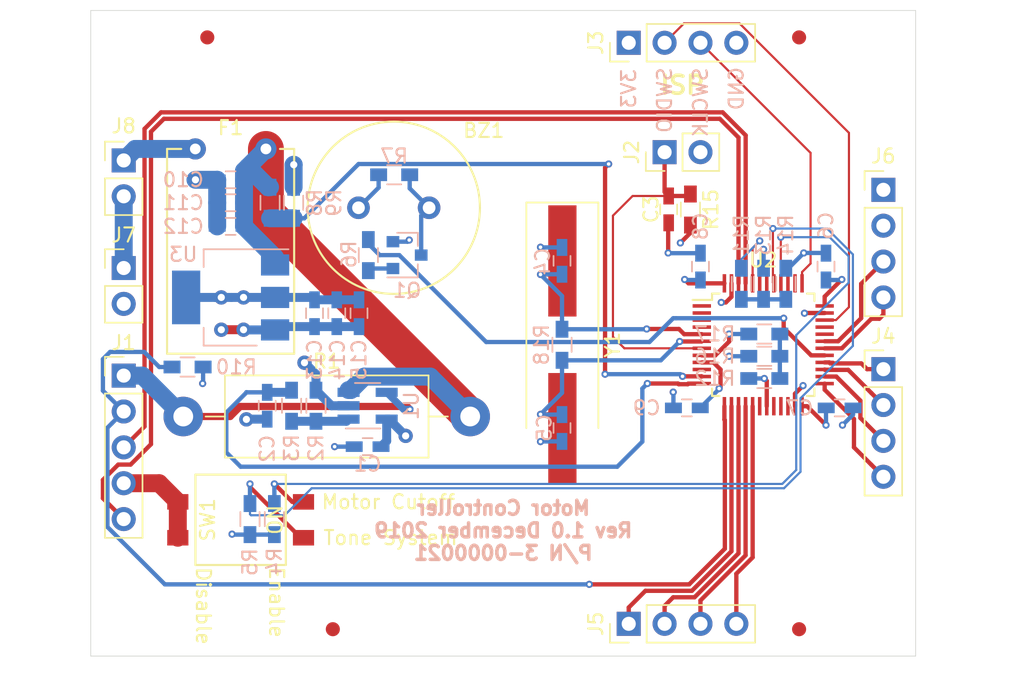
<source format=kicad_pcb>
(kicad_pcb (version 20171130) (host pcbnew "(5.1.4)-1")
  (layers (0 F.Cu signal) (1 In1.Cu signal hide) (2 In2.Cu signal hide) (31 B.Cu signal) (34 B.Paste user) (35 F.Paste user) (36 B.SilkS user) (37 F.SilkS user) (38 B.Mask user) (39 F.Mask user) (44 Edge.Cuts user))
  (net 0 "")
  (net 1 +3V3)
  (net 2 "Net-(BZ1-Pad2)")
  (net 3 GND)
  (net 4 Current_Sense)
  (net 5 /microcontroller/Reset)
  (net 6 "Net-(C4-Pad1)")
  (net 7 "Net-(C5-Pad1)")
  (net 8 +BATT)
  (net 9 "Net-(F1-Pad2)")
  (net 10 Motor_PWM)
  (net 11 Motor_Direction)
  (net 12 Motor_Encoder)
  (net 13 "Net-(J1-Pad1)")
  (net 14 /microcontroller/SWCLK)
  (net 15 /microcontroller/SWDIO)
  (net 16 "Net-(J4-Pad1)")
  (net 17 "Net-(J4-Pad2)")
  (net 18 "Net-(J4-Pad3)")
  (net 19 "Net-(J4-Pad4)")
  (net 20 "Net-(J5-Pad4)")
  (net 21 "Net-(J5-Pad3)")
  (net 22 "Net-(J5-Pad2)")
  (net 23 "Net-(J5-Pad1)")
  (net 24 UART1_TX)
  (net 25 UART1_RX)
  (net 26 "Net-(J7-Pad1)")
  (net 27 "Net-(Q1-Pad1)")
  (net 28 "Net-(R2-Pad1)")
  (net 29 Motor_Cutoff_Enable)
  (net 30 Tone_System_Enable)
  (net 31 Piezo)
  (net 32 VBAT_Sense)
  (net 33 "Net-(R11-Pad1)")
  (net 34 /microcontroller/Boot0)
  (net 35 /microcontroller/Boot1)
  (net 36 "Net-(R12-Pad1)")
  (module lib_fp:PS1240P02BT (layer F.Cu) (at 145.923 87.63)
    (fp_text reference BZ1 (at 6.37 -5.47) (layer F.SilkS))
    (fp_text value Piezo)
    (pad 1 thru_hole circle (at -2.5 0) (size 1.6 1.6) (drill 0.9) (layers *.Cu *.Mask) (net 1 +3V3))
    (pad 2 thru_hole circle (at 2.5 0) (size 1.6 1.6) (drill 0.9) (layers *.Cu *.Mask) (net 2 "Net-(BZ1-Pad2)"))
  )
  (module Capacitors_SMD:C_0603_HandSoldering (layer B.Cu) (at 144.0688 104.5464)
    (fp_text reference C1 (at 0 1.25) (layer B.SilkS) (effects (justify mirror)))
    (fp_text value 0.1u)
    (pad 1 smd rect (at -0.95 0) (size 1.2 0.75) (layers B.Cu B.Paste B.Mask) (net 3 GND))
    (pad 2 smd rect (at 0.95 0) (size 1.2 0.75) (layers B.Cu B.Paste B.Mask) (net 1 +3V3))
  )
  (module Capacitors_SMD:C_0603_HandSoldering (layer B.Cu) (at 136.9568 101.6508 90)
    (fp_text reference C2 (at -3.048 0 270) (layer B.SilkS) (effects (justify mirror)))
    (fp_text value 0.1u)
    (pad 1 smd rect (at -0.95 0 90) (size 1.2 0.75) (layers B.Cu B.Paste B.Mask) (net 3 GND))
    (pad 2 smd rect (at 0.95 0 90) (size 1.2 0.75) (layers B.Cu B.Paste B.Mask) (net 4 Current_Sense))
  )
  (module Capacitors_SMD:C_0603_HandSoldering (layer F.Cu) (at 165.387601 87.745599 90)
    (fp_text reference C3 (at 0 -1.25 90) (layer F.SilkS))
    (fp_text value 1u)
    (pad 1 smd rect (at -0.95 0 90) (size 1.2 0.75) (layers F.Cu F.Paste F.Mask) (net 3 GND))
    (pad 2 smd rect (at 0.95 0 90) (size 1.2 0.75) (layers F.Cu F.Paste F.Mask) (net 5 /microcontroller/Reset))
  )
  (module Capacitors_SMD:C_0603_HandSoldering (layer B.Cu) (at 157.8356 91.3892 90)
    (fp_text reference C4 (at -0.0508 -1.3716 90) (layer B.SilkS) (effects (justify mirror)))
    (fp_text value 20pF)
    (pad 2 smd rect (at 0.95 0 90) (size 1.2 0.75) (layers B.Cu B.Paste B.Mask) (net 3 GND))
    (pad 1 smd rect (at -0.95 0 90) (size 1.2 0.75) (layers B.Cu B.Paste B.Mask) (net 6 "Net-(C4-Pad1)"))
  )
  (module Capacitors_SMD:C_0603_HandSoldering (layer B.Cu) (at 157.8356 103.2256 270)
    (fp_text reference C5 (at 0 1.25 90) (layer B.SilkS) (effects (justify mirror)))
    (fp_text value 20pF)
    (pad 2 smd rect (at 0.95 0 270) (size 1.2 0.75) (layers B.Cu B.Paste B.Mask) (net 3 GND))
    (pad 1 smd rect (at -0.95 0 270) (size 1.2 0.75) (layers B.Cu B.Paste B.Mask) (net 7 "Net-(C5-Pad1)"))
  )
  (module Capacitors_SMD:C_0603_HandSoldering (layer B.Cu) (at 176.53 91.7956 90)
    (fp_text reference C6 (at 2.8956 0 90) (layer B.SilkS) (effects (justify mirror)))
    (fp_text value 0.1u)
    (pad 1 smd rect (at -0.95 0 90) (size 1.2 0.75) (layers B.Cu B.Paste B.Mask) (net 1 +3V3))
    (pad 2 smd rect (at 0.95 0 90) (size 1.2 0.75) (layers B.Cu B.Paste B.Mask) (net 3 GND))
  )
  (module Capacitors_SMD:C_0603_HandSoldering (layer B.Cu) (at 177.4952 101.8032)
    (fp_text reference C7 (at -2.8448 0) (layer B.SilkS) (effects (justify mirror)))
    (fp_text value 0.1u)
    (pad 2 smd rect (at 0.95 0) (size 1.2 0.75) (layers B.Cu B.Paste B.Mask) (net 3 GND))
    (pad 1 smd rect (at -0.95 0) (size 1.2 0.75) (layers B.Cu B.Paste B.Mask) (net 1 +3V3))
  )
  (module Capacitors_SMD:C_0603_HandSoldering (layer B.Cu) (at 167.64 91.7956 90)
    (fp_text reference C8 (at 2.8448 0 90) (layer B.SilkS) (effects (justify mirror)))
    (fp_text value 0.1u)
    (pad 1 smd rect (at -0.95 0 90) (size 1.2 0.75) (layers B.Cu B.Paste B.Mask) (net 1 +3V3))
    (pad 2 smd rect (at 0.95 0 90) (size 1.2 0.75) (layers B.Cu B.Paste B.Mask) (net 3 GND))
  )
  (module Capacitors_SMD:C_0603_HandSoldering (layer B.Cu) (at 166.6748 101.8032 180)
    (fp_text reference C9 (at 2.8448 0) (layer B.SilkS) (effects (justify mirror)))
    (fp_text value 0.1u)
    (pad 2 smd rect (at 0.95 0 180) (size 1.2 0.75) (layers B.Cu B.Paste B.Mask) (net 3 GND))
    (pad 1 smd rect (at -0.95 0 180) (size 1.2 0.75) (layers B.Cu B.Paste B.Mask) (net 1 +3V3))
  )
  (module Capacitors_SMD:C_0603_HandSoldering (layer B.Cu) (at 134.366 85.6488 180)
    (fp_text reference C10 (at 3.3528 0) (layer B.SilkS) (effects (justify mirror)))
    (fp_text value 10u)
    (pad 2 smd rect (at 0.95 0 180) (size 1.2 0.75) (layers B.Cu B.Paste B.Mask) (net 3 GND))
    (pad 1 smd rect (at -0.95 0 180) (size 1.2 0.75) (layers B.Cu B.Paste B.Mask) (net 8 +BATT))
  )
  (module Capacitors_SMD:C_0603_HandSoldering (layer B.Cu) (at 134.366 87.2744 180)
    (fp_text reference C11 (at 3.3528 0) (layer B.SilkS) (effects (justify mirror)))
    (fp_text value 1u)
    (pad 1 smd rect (at -0.95 0 180) (size 1.2 0.75) (layers B.Cu B.Paste B.Mask) (net 8 +BATT))
    (pad 2 smd rect (at 0.95 0 180) (size 1.2 0.75) (layers B.Cu B.Paste B.Mask) (net 3 GND))
  )
  (module Capacitors_SMD:C_0603_HandSoldering (layer B.Cu) (at 134.366 88.9508 180)
    (fp_text reference C12 (at 3.3528 0) (layer B.SilkS) (effects (justify mirror)))
    (fp_text value 0.1u)
    (pad 2 smd rect (at 0.95 0 180) (size 1.2 0.75) (layers B.Cu B.Paste B.Mask) (net 3 GND))
    (pad 1 smd rect (at -0.95 0 180) (size 1.2 0.75) (layers B.Cu B.Paste B.Mask) (net 8 +BATT))
  )
  (module Capacitors_SMD:C_0603_HandSoldering (layer B.Cu) (at 140.3096 95.0976 90)
    (fp_text reference C13 (at -3.302 0 270) (layer B.SilkS) (effects (justify mirror)))
    (fp_text value 10u)
    (pad 2 smd rect (at 0.95 0 90) (size 1.2 0.75) (layers B.Cu B.Paste B.Mask) (net 3 GND))
    (pad 1 smd rect (at -0.95 0 90) (size 1.2 0.75) (layers B.Cu B.Paste B.Mask) (net 1 +3V3))
  )
  (module Capacitors_SMD:C_0603_HandSoldering (layer B.Cu) (at 141.8844 95.0976 90)
    (fp_text reference C14 (at -3.302 0.0508 90) (layer B.SilkS) (effects (justify mirror)))
    (fp_text value 1u)
    (pad 1 smd rect (at -0.95 0 90) (size 1.2 0.75) (layers B.Cu B.Paste B.Mask) (net 1 +3V3))
    (pad 2 smd rect (at 0.95 0 90) (size 1.2 0.75) (layers B.Cu B.Paste B.Mask) (net 3 GND))
  )
  (module Capacitors_SMD:C_0603_HandSoldering (layer B.Cu) (at 143.4592 95.0976 90)
    (fp_text reference C15 (at -3.302 0 90) (layer B.SilkS) (effects (justify mirror)))
    (fp_text value 0.1u)
    (pad 2 smd rect (at 0.95 0 90) (size 1.2 0.75) (layers B.Cu B.Paste B.Mask) (net 3 GND))
    (pad 1 smd rect (at -0.95 0 90) (size 1.2 0.75) (layers B.Cu B.Paste B.Mask) (net 1 +3V3))
  )
  (module lib_fp:RGEF250 (layer F.Cu) (at 134.366 83.4644 180)
    (fp_text reference F1 (at 0 1.5) (layer F.SilkS))
    (fp_text value Polyfuse)
    (pad 1 thru_hole circle (at -2.5 0 180) (size 1.5 1.5) (drill 0.7605) (layers *.Cu *.Mask) (net 8 +BATT))
    (pad 2 thru_hole circle (at 2.5 0 180) (size 1.5 1.5) (drill 0.7605) (layers *.Cu *.Mask) (net 9 "Net-(F1-Pad2)"))
  )
  (module Fiducials:Fiducial_1mm_Dia_2.54mm_Outer_CopperTop (layer F.Cu) (at 132.715 75.565)
    (fp_text reference FID1 hide)
    (fp_text value Fiducial)
    (pad ~ smd circle (at 0 0) (size 1 1) (layers F.Cu F.Mask) (clearance 0.77))
  )
  (module Fiducials:Fiducial_1mm_Dia_2.54mm_Outer_CopperTop (layer F.Cu) (at 174.625 75.565)
    (fp_text reference FID2 hide)
    (fp_text value Fiducial)
    (pad ~ smd circle (at 0 0) (size 1 1) (layers F.Cu F.Mask) (clearance 0.77))
  )
  (module Fiducials:Fiducial_1mm_Dia_2.54mm_Outer_CopperTop (layer F.Cu) (at 174.625 117.475)
    (fp_text reference FID3 hide)
    (fp_text value Fiducial)
    (pad ~ smd circle (at 0 0) (size 1 1) (layers F.Cu F.Mask) (clearance 0.77))
  )
  (module Fiducials:Fiducial_1mm_Dia_2.54mm_Outer_CopperTop (layer F.Cu) (at 141.605 117.475)
    (fp_text reference FID4 hide)
    (fp_text value Fiducial)
    (pad ~ smd circle (at 0 0) (size 1 1) (layers F.Cu F.Mask) (clearance 0.77))
  )
  (module Mounting_Holes:MountingHole_3.2mm_M3_ISO7380 (layer F.Cu) (at 179.07 115.57)
    (fp_text reference H1 hide)
    (fp_text value MountingHole)
    (pad 1 np_thru_hole circle (at 0 0) (size 3.2 3.2) (drill 3.2) (layers *.Cu *.Mask))
  )
  (module Mounting_Holes:MountingHole_3.2mm_M3_ISO7380 (layer F.Cu) (at 128.27 115.57)
    (fp_text reference H2 hide)
    (fp_text value MountingHole)
    (pad 1 np_thru_hole circle (at 0 0) (size 3.2 3.2) (drill 3.2) (layers *.Cu *.Mask))
  )
  (module Mounting_Holes:MountingHole_3.2mm_M3_ISO7380 (layer F.Cu) (at 179.07 77.47)
    (fp_text reference H3 hide)
    (fp_text value MountingHole)
    (pad 1 np_thru_hole circle (at 0 0) (size 3.2 3.2) (drill 3.2) (layers *.Cu *.Mask))
  )
  (module Mounting_Holes:MountingHole_3.2mm_M3_ISO7380 (layer F.Cu) (at 128.27 77.47)
    (fp_text reference H4 hide)
    (fp_text value MountingHole)
    (pad 1 np_thru_hole circle (at 0 0) (size 3.2 3.2) (drill 3.2) (layers *.Cu *.Mask))
  )
  (module Pin_Headers:Pin_Header_Straight_1x05_Pitch2.54mm (layer F.Cu) (at 126.7968 99.5172)
    (fp_text reference J1 (at 0 -2.33) (layer F.SilkS))
    (fp_text value Motor)
    (pad 5 thru_hole oval (at 0 10.16) (size 1.7 1.7) (drill 1) (layers *.Cu *.Mask) (net 10 Motor_PWM))
    (pad 4 thru_hole oval (at 0 7.62) (size 1.7 1.7) (drill 1) (layers *.Cu *.Mask) (net 3 GND))
    (pad 3 thru_hole oval (at 0 5.08) (size 1.7 1.7) (drill 1) (layers *.Cu *.Mask) (net 11 Motor_Direction))
    (pad 2 thru_hole oval (at 0 2.54) (size 1.7 1.7) (drill 1) (layers *.Cu *.Mask) (net 12 Motor_Encoder))
    (pad 1 thru_hole rect (at 0 0) (size 1.7 1.7) (drill 1) (layers *.Cu *.Mask) (net 13 "Net-(J1-Pad1)"))
  )
  (module Pin_Headers:Pin_Header_Straight_1x02_Pitch2.54mm (layer F.Cu) (at 165.1 83.693 90)
    (fp_text reference J2 (at 0 -2.33 90) (layer F.SilkS))
    (fp_text value Conn_01x02)
    (pad 2 thru_hole oval (at 0 2.54 90) (size 1.7 1.7) (drill 1) (layers *.Cu *.Mask) (net 3 GND))
    (pad 1 thru_hole rect (at 0 0 90) (size 1.7 1.7) (drill 1) (layers *.Cu *.Mask) (net 5 /microcontroller/Reset))
  )
  (module Pin_Headers:Pin_Header_Straight_1x04_Pitch2.54mm (layer F.Cu) (at 162.56 75.946 90)
    (fp_text reference J3 (at 0 -2.33 90) (layer F.SilkS))
    (fp_text value ISP)
    (pad 4 thru_hole oval (at 0 7.62 90) (size 1.7 1.7) (drill 1) (layers *.Cu *.Mask) (net 3 GND))
    (pad 3 thru_hole oval (at 0 5.08 90) (size 1.7 1.7) (drill 1) (layers *.Cu *.Mask) (net 14 /microcontroller/SWCLK))
    (pad 2 thru_hole oval (at 0 2.54 90) (size 1.7 1.7) (drill 1) (layers *.Cu *.Mask) (net 15 /microcontroller/SWDIO))
    (pad 1 thru_hole rect (at 0 0 90) (size 1.7 1.7) (drill 1) (layers *.Cu *.Mask) (net 1 +3V3))
  )
  (module Pin_Headers:Pin_Header_Straight_1x04_Pitch2.54mm (layer F.Cu) (at 180.594 99.06)
    (fp_text reference J4 (at 0 -2.33) (layer F.SilkS))
    (fp_text value "Spares 2")
    (pad 1 thru_hole rect (at 0 0) (size 1.7 1.7) (drill 1) (layers *.Cu *.Mask) (net 16 "Net-(J4-Pad1)"))
    (pad 2 thru_hole oval (at 0 2.54) (size 1.7 1.7) (drill 1) (layers *.Cu *.Mask) (net 17 "Net-(J4-Pad2)"))
    (pad 3 thru_hole oval (at 0 5.08) (size 1.7 1.7) (drill 1) (layers *.Cu *.Mask) (net 18 "Net-(J4-Pad3)"))
    (pad 4 thru_hole oval (at 0 7.62) (size 1.7 1.7) (drill 1) (layers *.Cu *.Mask) (net 19 "Net-(J4-Pad4)"))
  )
  (module Pin_Headers:Pin_Header_Straight_1x04_Pitch2.54mm (layer F.Cu) (at 162.56 117.094 90)
    (fp_text reference J5 (at 0 -2.33 90) (layer F.SilkS))
    (fp_text value "Spares 1")
    (pad 4 thru_hole oval (at 0 7.62 90) (size 1.7 1.7) (drill 1) (layers *.Cu *.Mask) (net 20 "Net-(J5-Pad4)"))
    (pad 3 thru_hole oval (at 0 5.08 90) (size 1.7 1.7) (drill 1) (layers *.Cu *.Mask) (net 21 "Net-(J5-Pad3)"))
    (pad 2 thru_hole oval (at 0 2.54 90) (size 1.7 1.7) (drill 1) (layers *.Cu *.Mask) (net 22 "Net-(J5-Pad2)"))
    (pad 1 thru_hole rect (at 0 0 90) (size 1.7 1.7) (drill 1) (layers *.Cu *.Mask) (net 23 "Net-(J5-Pad1)"))
  )
  (module Pin_Headers:Pin_Header_Straight_1x04_Pitch2.54mm (layer F.Cu) (at 180.594 86.36)
    (fp_text reference J6 (at 0 -2.3876) (layer F.SilkS))
    (fp_text value UART1)
    (pad 1 thru_hole rect (at 0 0) (size 1.7 1.7) (drill 1) (layers *.Cu *.Mask) (net 3 GND))
    (pad 2 thru_hole oval (at 0 2.54) (size 1.7 1.7) (drill 1) (layers *.Cu *.Mask))
    (pad 3 thru_hole oval (at 0 5.08) (size 1.7 1.7) (drill 1) (layers *.Cu *.Mask) (net 25 UART1_RX))
    (pad 4 thru_hole oval (at 0 7.62) (size 1.7 1.7) (drill 1) (layers *.Cu *.Mask) (net 24 UART1_TX))
  )
  (module Pin_Headers:Pin_Header_Straight_1x02_Pitch2.54mm (layer F.Cu) (at 126.7968 91.8972)
    (fp_text reference J7 (at 0 -2.33) (layer F.SilkS))
    (fp_text value Battery)
    (pad 1 thru_hole rect (at 0 0) (size 1.7 1.7) (drill 1) (layers *.Cu *.Mask) (net 26 "Net-(J7-Pad1)"))
    (pad 2 thru_hole oval (at 0 2.54) (size 1.7 1.7) (drill 1) (layers *.Cu *.Mask) (net 3 GND))
  )
  (module Pin_Headers:Pin_Header_Straight_1x02_Pitch2.54mm (layer F.Cu) (at 126.7968 84.2772)
    (fp_text reference J8 (at 0 -2.4384) (layer F.SilkS))
    (fp_text value "External Power Switch")
    (pad 2 thru_hole oval (at 0 2.54) (size 1.7 1.7) (drill 1) (layers *.Cu *.Mask) (net 26 "Net-(J7-Pad1)"))
    (pad 1 thru_hole rect (at 0 0) (size 1.7 1.7) (drill 1) (layers *.Cu *.Mask) (net 9 "Net-(F1-Pad2)"))
  )
  (module TO_SOT_Packages_SMD:SOT-23 (layer B.Cu) (at 146.8628 90.9828)
    (fp_text reference Q1 (at 0 2.5) (layer B.SilkS) (effects (justify mirror)))
    (fp_text value MMBT3904)
    (pad 3 smd rect (at 1 0) (size 0.9 0.8) (layers B.Cu B.Paste B.Mask) (net 2 "Net-(BZ1-Pad2)"))
    (pad 2 smd rect (at -1 -0.95) (size 0.9 0.8) (layers B.Cu B.Paste B.Mask) (net 3 GND))
    (pad 1 smd rect (at -1 0.95) (size 0.9 0.8) (layers B.Cu B.Paste B.Mask) (net 27 "Net-(Q1-Pad1)"))
  )
  (module Resistors_THT:R_Axial_DIN0614_L14.3mm_D5.7mm_P20.32mm_Horizontal (layer F.Cu) (at 131.0132 102.4128)
    (fp_text reference R1 (at 10.16 -3.91) (layer F.SilkS))
    (fp_text value 1)
    (pad 2 thru_hole oval (at 20.32 0) (size 2.8 2.8) (drill 1.4) (layers *.Cu *.Mask) (net 8 +BATT))
    (pad 1 thru_hole circle (at 0 0) (size 2.8 2.8) (drill 1.4) (layers *.Cu *.Mask) (net 13 "Net-(J1-Pad1)"))
  )
  (module Resistors_SMD:R_0603_HandSoldering (layer B.Cu) (at 140.4112 101.6508 90)
    (fp_text reference R2 (at -2.9972 0 270) (layer B.SilkS) (effects (justify mirror)))
    (fp_text value 10k)
    (pad 2 smd rect (at 1.1 0 90) (size 1.2 0.9) (layers B.Cu B.Paste B.Mask) (net 3 GND))
    (pad 1 smd rect (at -1.1 0 90) (size 1.2 0.9) (layers B.Cu B.Paste B.Mask) (net 28 "Net-(R2-Pad1)"))
  )
  (module Resistors_SMD:R_0603_HandSoldering (layer B.Cu) (at 138.684 101.6508 90)
    (fp_text reference R3 (at -2.9972 0 270) (layer B.SilkS) (effects (justify mirror)))
    (fp_text value 1M)
    (pad 1 smd rect (at -1.1 0 90) (size 1.2 0.9) (layers B.Cu B.Paste B.Mask) (net 28 "Net-(R2-Pad1)"))
    (pad 2 smd rect (at 1.1 0 90) (size 1.2 0.9) (layers B.Cu B.Paste B.Mask) (net 4 Current_Sense))
  )
  (module Resistors_SMD:R_0603_HandSoldering (layer B.Cu) (at 137.4648 109.6772 90)
    (fp_text reference R4 (at -2.9972 0 90) (layer B.SilkS) (effects (justify mirror)))
    (fp_text value 10k)
    (pad 1 smd rect (at -1.1 0 90) (size 1.2 0.9) (layers B.Cu B.Paste B.Mask) (net 1 +3V3))
    (pad 2 smd rect (at 1.1 0 90) (size 1.2 0.9) (layers B.Cu B.Paste B.Mask) (net 29 Motor_Cutoff_Enable))
  )
  (module Resistors_SMD:R_0603_HandSoldering (layer B.Cu) (at 135.7376 109.6772 90)
    (fp_text reference R5 (at -3.048 0 90) (layer B.SilkS) (effects (justify mirror)))
    (fp_text value 10k)
    (pad 2 smd rect (at 1.1 0 90) (size 1.2 0.9) (layers B.Cu B.Paste B.Mask) (net 30 Tone_System_Enable))
    (pad 1 smd rect (at -1.1 0 90) (size 1.2 0.9) (layers B.Cu B.Paste B.Mask) (net 1 +3V3))
  )
  (module Resistors_SMD:R_0603_HandSoldering (layer B.Cu) (at 144.1196 90.9828 90)
    (fp_text reference R6 (at 0.0508 -1.3716 90) (layer B.SilkS) (effects (justify mirror)))
    (fp_text value 1k)
    (pad 2 smd rect (at 1.1 0 90) (size 1.2 0.9) (layers B.Cu B.Paste B.Mask) (net 31 Piezo))
    (pad 1 smd rect (at -1.1 0 90) (size 1.2 0.9) (layers B.Cu B.Paste B.Mask) (net 27 "Net-(Q1-Pad1)"))
  )
  (module Resistors_SMD:R_0603_HandSoldering (layer B.Cu) (at 145.9484 85.2932)
    (fp_text reference R7 (at 0 -1.3208) (layer B.SilkS) (effects (justify mirror)))
    (fp_text value 1k)
    (pad 1 smd rect (at -1.1 0) (size 1.2 0.9) (layers B.Cu B.Paste B.Mask) (net 1 +3V3))
    (pad 2 smd rect (at 1.1 0) (size 1.2 0.9) (layers B.Cu B.Paste B.Mask) (net 2 "Net-(BZ1-Pad2)"))
  )
  (module Resistors_SMD:R_0603_HandSoldering (layer B.Cu) (at 137.16 87.2744 270)
    (fp_text reference R8 (at 0 -3.1496 90) (layer B.SilkS) (effects (justify mirror)))
    (fp_text value 27k)
    (pad 1 smd rect (at -1.1 0 270) (size 1.2 0.9) (layers B.Cu B.Paste B.Mask) (net 8 +BATT))
    (pad 2 smd rect (at 1.1 0 270) (size 1.2 0.9) (layers B.Cu B.Paste B.Mask) (net 32 VBAT_Sense))
  )
  (module Resistors_SMD:R_0603_HandSoldering (layer B.Cu) (at 138.828599 87.275399 90)
    (fp_text reference R9 (at 0.000999 2.852601 90) (layer B.SilkS) (effects (justify mirror)))
    (fp_text value 10k)
    (pad 2 smd rect (at 1.1 0 90) (size 1.2 0.9) (layers B.Cu B.Paste B.Mask) (net 3 GND))
    (pad 1 smd rect (at -1.1 0 90) (size 1.2 0.9) (layers B.Cu B.Paste B.Mask) (net 32 VBAT_Sense))
  )
  (module Resistors_SMD:R_0603_HandSoldering (layer B.Cu) (at 131.318 98.9076 180)
    (fp_text reference R10 (at -3.4544 0) (layer B.SilkS) (effects (justify mirror)))
    (fp_text value NP)
    (pad 2 smd rect (at 1.1 0 180) (size 1.2 0.9) (layers B.Cu B.Paste B.Mask) (net 12 Motor_Encoder))
    (pad 1 smd rect (at -1.1 0 180) (size 1.2 0.9) (layers B.Cu B.Paste B.Mask) (net 1 +3V3))
  )
  (module Resistors_SMD:R_0603_HandSoldering (layer B.Cu) (at 170.5356 93.0148 90)
    (fp_text reference R11 (at 3.4544 0 90) (layer B.SilkS) (effects (justify mirror)))
    (fp_text value 100k)
    (pad 1 smd rect (at -1.1 0 90) (size 1.2 0.9) (layers B.Cu B.Paste B.Mask) (net 33 "Net-(R11-Pad1)"))
    (pad 2 smd rect (at 1.1 0 90) (size 1.2 0.9) (layers B.Cu B.Paste B.Mask) (net 34 /microcontroller/Boot0))
  )
  (module Resistors_SMD:R_0603_HandSoldering (layer B.Cu) (at 172.1612 99.7204 180)
    (fp_text reference R12 (at 3.5052 0) (layer B.SilkS) (effects (justify mirror)))
    (fp_text value 100k)
    (pad 2 smd rect (at 1.1 0 180) (size 1.2 0.9) (layers B.Cu B.Paste B.Mask) (net 35 /microcontroller/Boot1))
    (pad 1 smd rect (at -1.1 0 180) (size 1.2 0.9) (layers B.Cu B.Paste B.Mask) (net 36 "Net-(R12-Pad1)"))
  )
  (module Resistors_SMD:R_0603_HandSoldering (layer B.Cu) (at 172.1104 93.0148 90)
    (fp_text reference R13 (at 3.4544 0 90) (layer B.SilkS) (effects (justify mirror)))
    (fp_text value NP)
    (pad 2 smd rect (at 1.1 0 90) (size 1.2 0.9) (layers B.Cu B.Paste B.Mask) (net 1 +3V3))
    (pad 1 smd rect (at -1.1 0 90) (size 1.2 0.9) (layers B.Cu B.Paste B.Mask) (net 33 "Net-(R11-Pad1)"))
  )
  (module Resistors_SMD:R_0603_HandSoldering (layer B.Cu) (at 173.6852 93.0148 270)
    (fp_text reference R14 (at -3.4544 0 90) (layer B.SilkS) (effects (justify mirror)))
    (fp_text value 0R0)
    (pad 2 smd rect (at 1.1 0 270) (size 1.2 0.9) (layers B.Cu B.Paste B.Mask) (net 33 "Net-(R11-Pad1)"))
    (pad 1 smd rect (at -1.1 0 270) (size 1.2 0.9) (layers B.Cu B.Paste B.Mask) (net 3 GND))
  )
  (module Resistors_SMD:R_0603_HandSoldering (layer F.Cu) (at 166.9288 87.757 270)
    (fp_text reference R15 (at 0 -1.45 90) (layer F.SilkS))
    (fp_text value 10k)
    (pad 2 smd rect (at 1.1 0 270) (size 1.2 0.9) (layers F.Cu F.Paste F.Mask) (net 1 +3V3))
    (pad 1 smd rect (at -1.1 0 270) (size 1.2 0.9) (layers F.Cu F.Paste F.Mask) (net 5 /microcontroller/Reset))
  )
  (module Resistors_SMD:R_0603_HandSoldering (layer B.Cu) (at 172.1612 98.1456 180)
    (fp_text reference R16 (at 3.5052 0) (layer B.SilkS) (effects (justify mirror)))
    (fp_text value NP)
    (pad 1 smd rect (at -1.1 0 180) (size 1.2 0.9) (layers B.Cu B.Paste B.Mask) (net 36 "Net-(R12-Pad1)"))
    (pad 2 smd rect (at 1.1 0 180) (size 1.2 0.9) (layers B.Cu B.Paste B.Mask) (net 1 +3V3))
  )
  (module Resistors_SMD:R_0603_HandSoldering (layer B.Cu) (at 172.1612 96.5708)
    (fp_text reference R17 (at -3.5052 0) (layer B.SilkS) (effects (justify mirror)))
    (fp_text value 0R0)
    (pad 1 smd rect (at -1.1 0) (size 1.2 0.9) (layers B.Cu B.Paste B.Mask) (net 3 GND))
    (pad 2 smd rect (at 1.1 0) (size 1.2 0.9) (layers B.Cu B.Paste B.Mask) (net 36 "Net-(R12-Pad1)"))
  )
  (module Resistors_SMD:R_0603_HandSoldering (layer B.Cu) (at 157.8356 97.3328 270)
    (fp_text reference R18 (at 0 1.45 90) (layer B.SilkS) (effects (justify mirror)))
    (fp_text value 1M)
    (pad 1 smd rect (at -1.1 0 270) (size 1.2 0.9) (layers B.Cu B.Paste B.Mask) (net 6 "Net-(C4-Pad1)"))
    (pad 2 smd rect (at 1.1 0 270) (size 1.2 0.9) (layers B.Cu B.Paste B.Mask) (net 7 "Net-(C5-Pad1)"))
  )
  (module lib_fp:KAE02LGGR (layer F.Cu) (at 135.0772 109.728 270)
    (fp_text reference SW1 (at 0 2.3368 270) (layer F.SilkS))
    (fp_text value Configuration)
    (fp_text user ON (at 0 -2.4384 90) (layer F.SilkS))
    (pad 1 smd rect (at -1.27 4.45 270) (size 1.1 1.5) (layers F.Cu F.Paste F.Mask) (net 3 GND))
    (pad 2 smd rect (at 1.27 4.45 270) (size 1.1 1.5) (layers F.Cu F.Paste F.Mask) (net 3 GND))
    (pad 3 smd rect (at 1.27 -4.45 270) (size 1.1 1.5) (layers F.Cu F.Paste F.Mask) (net 30 Tone_System_Enable))
    (pad 4 smd rect (at -1.27 -4.45 270) (size 1.1 1.5) (layers F.Cu F.Paste F.Mask) (net 29 Motor_Cutoff_Enable))
  )
  (module TO_SOT_Packages_SMD:SOT-23-5_HandSoldering (layer B.Cu) (at 144.0688 101.6508)
    (fp_text reference U1 (at 3.0988 0 270) (layer B.SilkS) (effects (justify mirror)))
    (fp_text value INA169)
    (pad 5 smd rect (at 1.35 0.95) (size 1.56 0.65) (layers B.Cu B.Paste B.Mask) (net 1 +3V3))
    (pad 4 smd rect (at 1.35 -0.95) (size 1.56 0.65) (layers B.Cu B.Paste B.Mask) (net 13 "Net-(J1-Pad1)"))
    (pad 3 smd rect (at -1.35 -0.95) (size 1.56 0.65) (layers B.Cu B.Paste B.Mask) (net 8 +BATT))
    (pad 2 smd rect (at -1.35 0) (size 1.56 0.65) (layers B.Cu B.Paste B.Mask) (net 3 GND))
    (pad 1 smd rect (at -1.35 0.95) (size 1.56 0.65) (layers B.Cu B.Paste B.Mask) (net 28 "Net-(R2-Pad1)"))
  )
  (module Housings_QFP:LQFP-48_7x7mm_Pitch0.5mm (layer F.Cu) (at 172.085 97.3328)
    (fp_text reference U2 (at 0 -6) (layer F.SilkS))
    (fp_text value STM32F103CBT6)
    (pad 48 smd rect (at -2.75 -4.35 90) (size 1.3 0.25) (layers F.Cu F.Paste F.Mask) (net 1 +3V3))
    (pad 47 smd rect (at -2.25 -4.35 90) (size 1.3 0.25) (layers F.Cu F.Paste F.Mask) (net 3 GND))
    (pad 46 smd rect (at -1.75 -4.35 90) (size 1.3 0.25) (layers F.Cu F.Paste F.Mask) (net 10 Motor_PWM))
    (pad 45 smd rect (at -1.25 -4.35 90) (size 1.3 0.25) (layers F.Cu F.Paste F.Mask) (net 11 Motor_Direction))
    (pad 44 smd rect (at -0.75 -4.35 90) (size 1.3 0.25) (layers F.Cu F.Paste F.Mask) (net 34 /microcontroller/Boot0))
    (pad 43 smd rect (at -0.25 -4.35 90) (size 1.3 0.25) (layers F.Cu F.Paste F.Mask))
    (pad 42 smd rect (at 0.25 -4.35 90) (size 1.3 0.25) (layers F.Cu F.Paste F.Mask))
    (pad 41 smd rect (at 0.75 -4.35 90) (size 1.3 0.25) (layers F.Cu F.Paste F.Mask) (net 30 Tone_System_Enable))
    (pad 40 smd rect (at 1.25 -4.35 90) (size 1.3 0.25) (layers F.Cu F.Paste F.Mask) (net 29 Motor_Cutoff_Enable))
    (pad 39 smd rect (at 1.75 -4.35 90) (size 1.3 0.25) (layers F.Cu F.Paste F.Mask))
    (pad 38 smd rect (at 2.25 -4.35 90) (size 1.3 0.25) (layers F.Cu F.Paste F.Mask))
    (pad 37 smd rect (at 2.75 -4.35 90) (size 1.3 0.25) (layers F.Cu F.Paste F.Mask) (net 14 /microcontroller/SWCLK))
    (pad 36 smd rect (at 4.35 -2.75) (size 1.3 0.25) (layers F.Cu F.Paste F.Mask) (net 1 +3V3))
    (pad 35 smd rect (at 4.35 -2.25) (size 1.3 0.25) (layers F.Cu F.Paste F.Mask) (net 3 GND))
    (pad 34 smd rect (at 4.35 -1.75) (size 1.3 0.25) (layers F.Cu F.Paste F.Mask) (net 15 /microcontroller/SWDIO))
    (pad 33 smd rect (at 4.35 -1.25) (size 1.3 0.25) (layers F.Cu F.Paste F.Mask))
    (pad 32 smd rect (at 4.35 -0.75) (size 1.3 0.25) (layers F.Cu F.Paste F.Mask))
    (pad 31 smd rect (at 4.35 -0.25) (size 1.3 0.25) (layers F.Cu F.Paste F.Mask) (net 25 UART1_RX))
    (pad 30 smd rect (at 4.35 0.25) (size 1.3 0.25) (layers F.Cu F.Paste F.Mask) (net 24 UART1_TX))
    (pad 29 smd rect (at 4.35 0.75) (size 1.3 0.25) (layers F.Cu F.Paste F.Mask) (net 31 Piezo))
    (pad 28 smd rect (at 4.35 1.25) (size 1.3 0.25) (layers F.Cu F.Paste F.Mask) (net 16 "Net-(J4-Pad1)"))
    (pad 27 smd rect (at 4.35 1.75) (size 1.3 0.25) (layers F.Cu F.Paste F.Mask) (net 17 "Net-(J4-Pad2)"))
    (pad 26 smd rect (at 4.35 2.25) (size 1.3 0.25) (layers F.Cu F.Paste F.Mask) (net 18 "Net-(J4-Pad3)"))
    (pad 25 smd rect (at 4.35 2.75) (size 1.3 0.25) (layers F.Cu F.Paste F.Mask) (net 19 "Net-(J4-Pad4)"))
    (pad 24 smd rect (at 2.75 4.35 90) (size 1.3 0.25) (layers F.Cu F.Paste F.Mask) (net 1 +3V3))
    (pad 23 smd rect (at 2.25 4.35 90) (size 1.3 0.25) (layers F.Cu F.Paste F.Mask) (net 3 GND))
    (pad 22 smd rect (at 1.75 4.35 90) (size 1.3 0.25) (layers F.Cu F.Paste F.Mask))
    (pad 21 smd rect (at 1.25 4.35 90) (size 1.3 0.25) (layers F.Cu F.Paste F.Mask))
    (pad 20 smd rect (at 0.75 4.35 90) (size 1.3 0.25) (layers F.Cu F.Paste F.Mask))
    (pad 19 smd rect (at 0.25 4.35 90) (size 1.3 0.25) (layers F.Cu F.Paste F.Mask) (net 35 /microcontroller/Boot1))
    (pad 18 smd rect (at -0.25 4.35 90) (size 1.3 0.25) (layers F.Cu F.Paste F.Mask))
    (pad 17 smd rect (at -0.75 4.35 90) (size 1.3 0.25) (layers F.Cu F.Paste F.Mask) (net 20 "Net-(J5-Pad4)"))
    (pad 16 smd rect (at -1.25 4.35 90) (size 1.3 0.25) (layers F.Cu F.Paste F.Mask) (net 21 "Net-(J5-Pad3)"))
    (pad 15 smd rect (at -1.75 4.35 90) (size 1.3 0.25) (layers F.Cu F.Paste F.Mask) (net 22 "Net-(J5-Pad2)"))
    (pad 14 smd rect (at -2.25 4.35 90) (size 1.3 0.25) (layers F.Cu F.Paste F.Mask) (net 23 "Net-(J5-Pad1)"))
    (pad 13 smd rect (at -2.75 4.35 90) (size 1.3 0.25) (layers F.Cu F.Paste F.Mask) (net 12 Motor_Encoder))
    (pad 12 smd rect (at -4.35 2.75) (size 1.3 0.25) (layers F.Cu F.Paste F.Mask) (net 4 Current_Sense))
    (pad 11 smd rect (at -4.35 2.25) (size 1.3 0.25) (layers F.Cu F.Paste F.Mask) (net 32 VBAT_Sense))
    (pad 10 smd rect (at -4.35 1.75) (size 1.3 0.25) (layers F.Cu F.Paste F.Mask))
    (pad 9 smd rect (at -4.35 1.25) (size 1.3 0.25) (layers F.Cu F.Paste F.Mask) (net 1 +3V3))
    (pad 8 smd rect (at -4.35 0.75) (size 1.3 0.25) (layers F.Cu F.Paste F.Mask) (net 3 GND))
    (pad 7 smd rect (at -4.35 0.25) (size 1.3 0.25) (layers F.Cu F.Paste F.Mask) (net 5 /microcontroller/Reset))
    (pad 6 smd rect (at -4.35 -0.25) (size 1.3 0.25) (layers F.Cu F.Paste F.Mask) (net 7 "Net-(C5-Pad1)"))
    (pad 5 smd rect (at -4.35 -0.75) (size 1.3 0.25) (layers F.Cu F.Paste F.Mask) (net 6 "Net-(C4-Pad1)"))
    (pad 4 smd rect (at -4.35 -1.25) (size 1.3 0.25) (layers F.Cu F.Paste F.Mask))
    (pad 3 smd rect (at -4.35 -1.75) (size 1.3 0.25) (layers F.Cu F.Paste F.Mask))
    (pad 2 smd rect (at -4.35 -2.25) (size 1.3 0.25) (layers F.Cu F.Paste F.Mask))
    (pad 1 smd rect (at -4.35 -2.75) (size 1.3 0.25) (layers F.Cu F.Paste F.Mask))
  )
  (module TO_SOT_Packages_SMD:SOT-223-3_TabPin2 (layer B.Cu) (at 134.366 93.98 180)
    (fp_text reference U3 (at 3.3528 3.048) (layer B.SilkS) (effects (justify mirror)))
    (fp_text value LT1521-3.3)
    (pad 1 smd rect (at -3.15 2.3 180) (size 2 1.5) (layers B.Cu B.Paste B.Mask) (net 8 +BATT))
    (pad 3 smd rect (at -3.15 -2.3 180) (size 2 1.5) (layers B.Cu B.Paste B.Mask) (net 1 +3V3))
    (pad 2 smd rect (at -3.15 0 180) (size 2 1.5) (layers B.Cu B.Paste B.Mask) (net 3 GND))
    (pad 2 smd rect (at 3.15 0 180) (size 2 3.8) (layers B.Cu B.Paste B.Mask) (net 3 GND))
  )
  (module Crystals:Crystal_SMD_HC49-SD_HandSoldering (layer F.Cu) (at 157.861 97.3328 270)
    (fp_text reference Y1 (at 0 -3.55 90) (layer F.SilkS))
    (fp_text value 8MHz)
    (pad 2 smd rect (at 5.9375 0 270) (size 7.875 2) (layers F.Cu F.Paste F.Mask) (net 7 "Net-(C5-Pad1)"))
    (pad 1 smd rect (at -5.9375 0 270) (size 7.875 2) (layers F.Cu F.Paste F.Mask) (net 6 "Net-(C4-Pad1)"))
  )
  (gr_text "Motor Controller\nRev 1.0 December 2019\nP/N 3-0000021" (at 153.67 110.49) (layer B.SilkS) (effects (font (size 0.9906 0.9906) (thickness 0.24765)) (justify mirror)))
  (gr_text 3V3 (at 162.56 79.1972 90) (layer B.SilkS) (effects (font (size 1 1)) (justify mirror)))
  (gr_text SWDIO (at 165.1 80.01 90) (layer B.SilkS) (effects (font (size 1 1)) (justify mirror)))
  (gr_text SWCLK (at 167.64 80.1624 90) (layer B.SilkS) (effects (font (size 1 1)) (justify mirror)))
  (gr_text GND (at 170.18 79.1972 90) (layer B.SilkS) (effects (font (size 1 1)) (justify mirror)))
  (gr_text ISP (at 166.37 78.9432) (layer F.SilkS) (effects (font (size 1.27 1.27) (thickness 0.254))))
  (gr_text "Tone System" (at 145.6944 110.998) (layer F.SilkS) (effects (font (size 1 1))))
  (gr_text "Motor Cutoff" (at 145.542 108.458) (layer F.SilkS) (effects (font (size 1 1))))
  (gr_text Disable (at 132.4356 115.824 270) (layer F.SilkS) (effects (font (size 1 1))))
  (gr_text Enable (at 137.6172 115.57 270) (layer F.SilkS) (effects (font (size 1 1))))
  (gr_line (start 124.46 119.38) (end 124.46 73.66) (layer Edge.Cuts) (width 0.05))
  (gr_line (start 182.88 119.38) (end 124.46 119.38) (layer Edge.Cuts) (width 0.05))
  (gr_line (start 182.88 73.66) (end 182.88 119.38) (layer Edge.Cuts) (width 0.05))
  (gr_line (start 124.46 73.66) (end 182.88 73.66) (layer Edge.Cuts) (width 0.05))
  (via (at 176.53 103.0224) (size 0.508) (drill 0.254) (layers F.Cu B.Cu) (net 1))
  (segment (start 174.835 101.6828) (end 175.1904 101.6828) (width 0.3048) (layer F.Cu) (net 1))
  (segment (start 175.1904 101.6828) (end 176.53 103.0224) (width 0.3048) (layer F.Cu) (net 1))
  (segment (start 176.53 101.8184) (end 176.5452 101.8032) (width 0.3048) (layer B.Cu) (net 1))
  (segment (start 176.53 103.0224) (end 176.53 101.8184) (width 0.3048) (layer B.Cu) (net 1))
  (via (at 177.6476 92.71) (size 0.508) (drill 0.254) (layers F.Cu B.Cu) (net 1))
  (segment (start 176.53 92.7456) (end 177.612 92.7456) (width 0.3048) (layer B.Cu) (net 1))
  (segment (start 177.612 92.7456) (end 177.6476 92.71) (width 0.3048) (layer B.Cu) (net 1))
  (via (at 166.2176 90.1192) (size 0.508) (drill 0.254) (layers F.Cu B.Cu) (net 1))
  (segment (start 166.9288 88.857) (end 166.9288 89.408) (width 0.3048) (layer F.Cu) (net 1))
  (segment (start 166.9288 89.408) (end 166.2176 90.1192) (width 0.3048) (layer F.Cu) (net 1))
  (via (at 172.1104 90.5764) (size 0.508) (drill 0.254) (layers F.Cu B.Cu) (net 1))
  (segment (start 172.1104 91.9148) (end 172.1104 90.5764) (width 0.3048) (layer B.Cu) (net 1))
  (via (at 166.5224 92.71) (size 0.508) (drill 0.254) (layers F.Cu B.Cu) (net 1))
  (segment (start 167.64 92.7456) (end 166.558 92.7456) (width 0.3048) (layer B.Cu) (net 1))
  (segment (start 166.558 92.7456) (end 166.5224 92.71) (width 0.3048) (layer B.Cu) (net 1))
  (segment (start 166.7952 92.9828) (end 166.5224 92.71) (width 0.3048) (layer F.Cu) (net 1))
  (segment (start 169.335 92.9828) (end 166.7952 92.9828) (width 0.3048) (layer F.Cu) (net 1))
  (segment (start 144.8484 86.2046) (end 143.423 87.63) (width 0.3048) (layer B.Cu) (net 1))
  (segment (start 144.8484 85.2932) (end 144.8484 86.2046) (width 0.3048) (layer B.Cu) (net 1))
  (segment (start 143.4592 96.0476) (end 141.8844 96.0476) (width 0.635) (layer B.Cu) (net 1))
  (segment (start 141.8844 96.0476) (end 140.3096 96.0476) (width 0.635) (layer B.Cu) (net 1))
  (segment (start 137.7484 96.0476) (end 137.516 96.28) (width 0.635) (layer B.Cu) (net 1))
  (segment (start 140.3096 96.0476) (end 137.7484 96.0476) (width 0.635) (layer B.Cu) (net 1))
  (via (at 135.2804 96.266) (size 1.016) (drill 0.508) (layers F.Cu B.Cu) (net 1))
  (segment (start 137.516 96.28) (end 135.2944 96.28) (width 0.635) (layer B.Cu) (net 1))
  (segment (start 135.2944 96.28) (end 135.2804 96.266) (width 0.635) (layer B.Cu) (net 1))
  (via (at 133.7056 96.266) (size 1.016) (drill 0.508) (layers F.Cu B.Cu) (net 1))
  (segment (start 135.2804 96.266) (end 133.7056 96.266) (width 0.635) (layer F.Cu) (net 1))
  (segment (start 145.4188 104.1464) (end 145.0188 104.5464) (width 0.635) (layer B.Cu) (net 1))
  (segment (start 145.4188 102.6008) (end 145.4188 104.1464) (width 0.635) (layer B.Cu) (net 1))
  (via (at 146.7612 103.7844) (size 1.016) (drill 0.508) (layers F.Cu B.Cu) (net 1))
  (segment (start 145.4188 102.6008) (end 145.5776 102.6008) (width 0.635) (layer B.Cu) (net 1))
  (segment (start 145.5776 102.6008) (end 146.7612 103.7844) (width 0.635) (layer B.Cu) (net 1))
  (segment (start 137.4648 110.7772) (end 135.7376 110.7772) (width 0.3048) (layer B.Cu) (net 1))
  (via (at 134.4676 110.744) (size 0.508) (drill 0.254) (layers F.Cu B.Cu) (net 1))
  (segment (start 135.7376 110.7772) (end 134.5008 110.7772) (width 0.3048) (layer B.Cu) (net 1))
  (segment (start 134.5008 110.7772) (end 134.4676 110.744) (width 0.3048) (layer B.Cu) (net 1))
  (segment (start 176.435 93.9226) (end 177.6476 92.71) (width 0.3048) (layer F.Cu) (net 1))
  (segment (start 176.435 94.5828) (end 176.435 93.9226) (width 0.3048) (layer F.Cu) (net 1))
  (segment (start 168.558642 98.5828) (end 169.0624 99.086558) (width 0.3048) (layer F.Cu) (net 1))
  (segment (start 167.735 98.5828) (end 168.558642 98.5828) (width 0.3048) (layer F.Cu) (net 1))
  (via (at 168.9608 100.4316) (size 0.508) (drill 0.254) (layers F.Cu B.Cu) (net 1))
  (segment (start 169.0624 99.086558) (end 169.0624 100.33) (width 0.3048) (layer F.Cu) (net 1))
  (segment (start 169.0624 100.33) (end 168.9608 100.4316) (width 0.3048) (layer F.Cu) (net 1))
  (segment (start 168.9608 100.4672) (end 167.6248 101.8032) (width 0.3048) (layer B.Cu) (net 1))
  (segment (start 168.9608 100.4316) (end 168.9608 100.4672) (width 0.3048) (layer B.Cu) (net 1))
  (via (at 169.672 98.1456) (size 0.508) (drill 0.254) (layers F.Cu B.Cu) (net 1))
  (segment (start 171.0612 98.1456) (end 169.672 98.1456) (width 0.3048) (layer B.Cu) (net 1))
  (via (at 132.3848 100.076) (size 0.508) (drill 0.254) (layers F.Cu B.Cu) (net 1))
  (segment (start 132.418 98.9076) (end 132.418 100.0428) (width 0.3048) (layer B.Cu) (net 1))
  (segment (start 132.418 100.0428) (end 132.3848 100.076) (width 0.3048) (layer B.Cu) (net 1))
  (segment (start 147.0484 86.2554) (end 148.423 87.63) (width 0.3048) (layer B.Cu) (net 2))
  (segment (start 147.0484 85.2932) (end 147.0484 86.2554) (width 0.3048) (layer B.Cu) (net 2))
  (segment (start 147.8628 88.1902) (end 148.423 87.63) (width 0.3048) (layer B.Cu) (net 2))
  (segment (start 147.8628 90.9828) (end 147.8628 88.1902) (width 0.3048) (layer B.Cu) (net 2))
  (via (at 177.6984 103.0224) (size 0.508) (drill 0.254) (layers F.Cu B.Cu) (net 3))
  (segment (start 178.4452 101.8032) (end 178.4452 102.2756) (width 0.3048) (layer B.Cu) (net 3))
  (segment (start 178.4452 102.2756) (end 177.6984 103.0224) (width 0.3048) (layer B.Cu) (net 3))
  (via (at 174.9044 100.2284) (size 0.508) (drill 0.254) (layers F.Cu B.Cu) (net 3))
  (segment (start 174.335 101.6828) (end 174.335 100.7978) (width 0.3048) (layer F.Cu) (net 3))
  (segment (start 174.335 100.7978) (end 174.9044 100.2284) (width 0.3048) (layer F.Cu) (net 3))
  (via (at 169.672 96.5708) (size 0.508) (drill 0.254) (layers F.Cu B.Cu) (net 3))
  (segment (start 171.0612 96.5708) (end 169.672 96.5708) (width 0.3048) (layer B.Cu) (net 3))
  (via (at 174.9552 90.8304) (size 0.508) (drill 0.254) (layers F.Cu B.Cu) (net 3))
  (segment (start 173.6852 91.9148) (end 173.8708 91.9148) (width 0.3048) (layer B.Cu) (net 3))
  (segment (start 173.8708 91.9148) (end 174.9552 90.8304) (width 0.3048) (layer B.Cu) (net 3))
  (segment (start 176.5148 90.8304) (end 176.53 90.8456) (width 0.3048) (layer B.Cu) (net 3))
  (segment (start 174.9552 90.8304) (end 176.5148 90.8304) (width 0.3048) (layer B.Cu) (net 3))
  (via (at 165.354 90.8304) (size 0.508) (drill 0.254) (layers F.Cu B.Cu) (net 3))
  (segment (start 167.64 90.8456) (end 165.3692 90.8456) (width 0.3048) (layer B.Cu) (net 3))
  (segment (start 165.3692 90.8456) (end 165.354 90.8304) (width 0.3048) (layer B.Cu) (net 3))
  (segment (start 165.354 88.7292) (end 165.387601 88.695599) (width 0.3048) (layer F.Cu) (net 3))
  (segment (start 165.354 90.8304) (end 165.354 88.7292) (width 0.3048) (layer F.Cu) (net 3))
  (via (at 169.1132 94.3356) (size 0.508) (drill 0.254) (layers F.Cu B.Cu) (net 3))
  (segment (start 169.437 94.3356) (end 169.1132 94.3356) (width 0.3048) (layer F.Cu) (net 3))
  (segment (start 169.835 92.9828) (end 169.835 93.9376) (width 0.3048) (layer F.Cu) (net 3))
  (segment (start 169.835 93.9376) (end 169.437 94.3356) (width 0.3048) (layer F.Cu) (net 3))
  (via (at 156.3116 90.424) (size 0.508) (drill 0.254) (layers F.Cu B.Cu) (net 3))
  (segment (start 157.8356 90.4392) (end 156.3268 90.4392) (width 0.3048) (layer B.Cu) (net 3))
  (segment (start 156.3268 90.4392) (end 156.3116 90.424) (width 0.3048) (layer B.Cu) (net 3))
  (via (at 156.3116 104.1908) (size 0.508) (drill 0.254) (layers F.Cu B.Cu) (net 3))
  (segment (start 157.8356 104.1756) (end 156.3268 104.1756) (width 0.3048) (layer B.Cu) (net 3))
  (segment (start 156.3268 104.1756) (end 156.3116 104.1908) (width 0.3048) (layer B.Cu) (net 3))
  (via (at 147.0152 89.916) (size 0.508) (drill 0.254) (layers F.Cu B.Cu) (net 3))
  (segment (start 145.8628 90.0328) (end 146.8984 90.0328) (width 0.3048) (layer B.Cu) (net 3))
  (segment (start 146.8984 90.0328) (end 147.0152 89.916) (width 0.3048) (layer B.Cu) (net 3))
  (segment (start 140.142 93.98) (end 140.3096 94.1476) (width 0.635) (layer B.Cu) (net 3))
  (segment (start 137.516 93.98) (end 140.142 93.98) (width 0.635) (layer B.Cu) (net 3))
  (segment (start 140.3096 94.1476) (end 141.8844 94.1476) (width 0.635) (layer B.Cu) (net 3))
  (segment (start 143.4592 94.1476) (end 141.8844 94.1476) (width 0.635) (layer B.Cu) (net 3))
  (via (at 133.7056 93.98) (size 1.016) (drill 0.508) (layers F.Cu B.Cu) (net 3))
  (segment (start 133.2992 93.98) (end 133.7056 93.98) (width 0.635) (layer B.Cu) (net 3))
  (segment (start 133.2992 93.98) (end 134.4168 93.98) (width 0.635) (layer B.Cu) (net 3))
  (segment (start 131.216 93.98) (end 133.2992 93.98) (width 0.635) (layer B.Cu) (net 3))
  (via (at 135.2804 93.98) (size 1.016) (drill 0.508) (layers F.Cu B.Cu) (net 3))
  (segment (start 135.2804 93.98) (end 137.516 93.98) (width 0.635) (layer B.Cu) (net 3))
  (segment (start 134.4168 93.98) (end 135.2804 93.98) (width 0.635) (layer B.Cu) (net 3))
  (via (at 138.8364 84.582) (size 1.016) (drill 0.508) (layers F.Cu B.Cu) (net 3))
  (segment (start 138.828599 86.175399) (end 138.828599 84.589801) (width 1.27) (layer B.Cu) (net 3))
  (segment (start 138.828599 84.589801) (end 138.8364 84.582) (width 1.27) (layer B.Cu) (net 3))
  (segment (start 133.416 85.6488) (end 133.416 87.2744) (width 1.27) (layer B.Cu) (net 3))
  (segment (start 133.416 88.9508) (end 133.416 87.2744) (width 1.27) (layer B.Cu) (net 3))
  (segment (start 141.5112 101.6508) (end 140.4112 100.5508) (width 0.635) (layer B.Cu) (net 3))
  (segment (start 142.7188 101.6508) (end 141.5112 101.6508) (width 0.635) (layer B.Cu) (net 3))
  (via (at 139.5984 98.6028) (size 1.016) (drill 0.508) (layers F.Cu B.Cu) (net 3))
  (segment (start 140.4112 100.5508) (end 140.4112 99.4156) (width 0.635) (layer B.Cu) (net 3))
  (segment (start 140.4112 99.4156) (end 139.5984 98.6028) (width 0.635) (layer B.Cu) (net 3))
  (via (at 135.4836 102.616) (size 1.016) (drill 0.508) (layers F.Cu B.Cu) (net 3))
  (segment (start 136.9568 102.6008) (end 135.4988 102.6008) (width 0.635) (layer B.Cu) (net 3))
  (segment (start 135.4988 102.6008) (end 135.4836 102.616) (width 0.635) (layer B.Cu) (net 3))
  (segment (start 129.3064 107.1372) (end 130.6272 108.458) (width 1.27) (layer F.Cu) (net 3))
  (segment (start 126.7968 107.1372) (end 129.3064 107.1372) (width 1.27) (layer F.Cu) (net 3))
  (segment (start 130.6272 110.998) (end 130.6272 108.458) (width 1.27) (layer F.Cu) (net 3))
  (via (at 175.006 95.0976) (size 0.508) (drill 0.254) (layers F.Cu B.Cu) (net 3))
  (segment (start 176.435 95.0828) (end 175.0208 95.0828) (width 0.3048) (layer F.Cu) (net 3))
  (segment (start 175.0208 95.0828) (end 175.006 95.0976) (width 0.3048) (layer F.Cu) (net 3))
  (via (at 165.7096 100.6856) (size 0.508) (drill 0.254) (layers F.Cu B.Cu) (net 3))
  (segment (start 165.7248 101.8032) (end 165.7248 100.7008) (width 0.3048) (layer B.Cu) (net 3))
  (segment (start 165.7248 100.7008) (end 165.7096 100.6856) (width 0.3048) (layer B.Cu) (net 3))
  (segment (start 169.672 97.1006) (end 169.672 96.5708) (width 0.3048) (layer F.Cu) (net 3))
  (segment (start 168.6898 98.0828) (end 169.672 97.1006) (width 0.3048) (layer F.Cu) (net 3))
  (segment (start 167.735 98.0828) (end 168.6898 98.0828) (width 0.3048) (layer F.Cu) (net 3))
  (via (at 131.8768 85.6488) (size 1.016) (drill 0.508) (layers F.Cu B.Cu) (net 3))
  (segment (start 133.416 85.6488) (end 131.8768 85.6488) (width 1.27) (layer B.Cu) (net 3))
  (via (at 141.732 104.5464) (size 0.508) (drill 0.254) (layers F.Cu B.Cu) (net 3))
  (segment (start 143.1188 104.5464) (end 141.732 104.5464) (width 0.3048) (layer B.Cu) (net 3))
  (segment (start 138.534 100.7008) (end 138.684 100.5508) (width 0.635) (layer B.Cu) (net 4))
  (segment (start 136.9568 100.7008) (end 138.534 100.7008) (width 0.635) (layer B.Cu) (net 4))
  (via (at 163.8808 100.076) (size 0.508) (drill 0.254) (layers F.Cu B.Cu) (net 4))
  (segment (start 166.101775 100.126801) (end 166.736199 100.126801) (width 0.3048) (layer F.Cu) (net 4))
  (segment (start 166.7802 100.0828) (end 167.735 100.0828) (width 0.3048) (layer F.Cu) (net 4))
  (segment (start 166.736199 100.126801) (end 166.7802 100.0828) (width 0.3048) (layer F.Cu) (net 4))
  (segment (start 166.050974 100.076) (end 166.101775 100.126801) (width 0.3048) (layer F.Cu) (net 4))
  (segment (start 163.8808 100.076) (end 166.050974 100.076) (width 0.3048) (layer F.Cu) (net 4))
  (segment (start 135.4988 100.7008) (end 135.4836 100.6856) (width 0.3048) (layer B.Cu) (net 4))
  (segment (start 136.9568 100.7008) (end 135.4988 100.7008) (width 0.3048) (layer B.Cu) (net 4))
  (segment (start 163.5252 100.4316) (end 163.8808 100.076) (width 0.3048) (layer B.Cu) (net 4))
  (segment (start 135.4988 100.7008) (end 134.0612 102.1384) (width 0.3048) (layer B.Cu) (net 4))
  (segment (start 134.0612 104.9528) (end 135.0772 105.9688) (width 0.3048) (layer B.Cu) (net 4))
  (segment (start 135.0772 105.9688) (end 161.7472 105.9688) (width 0.3048) (layer B.Cu) (net 4))
  (segment (start 134.0612 102.1384) (end 134.0612 104.9528) (width 0.3048) (layer B.Cu) (net 4))
  (segment (start 161.7472 105.9688) (end 163.5252 104.1908) (width 0.3048) (layer B.Cu) (net 4))
  (segment (start 163.5252 104.1908) (end 163.5252 100.4316) (width 0.3048) (layer B.Cu) (net 4))
  (segment (start 165.1 86.507998) (end 165.387601 86.795599) (width 0.3048) (layer F.Cu) (net 5))
  (segment (start 165.1 83.693) (end 165.1 86.507998) (width 0.3048) (layer F.Cu) (net 5))
  (segment (start 166.790201 86.795599) (end 166.9288 86.657) (width 0.3048) (layer F.Cu) (net 5))
  (segment (start 165.387601 86.795599) (end 166.790201 86.795599) (width 0.3048) (layer F.Cu) (net 5))
  (segment (start 162.835601 86.795599) (end 165.387601 86.795599) (width 0.1524) (layer F.Cu) (net 5))
  (segment (start 161.4424 88.1888) (end 162.835601 86.795599) (width 0.1524) (layer F.Cu) (net 5))
  (segment (start 161.4424 96.774) (end 161.4424 88.1888) (width 0.1524) (layer F.Cu) (net 5))
  (segment (start 167.735 97.5828) (end 162.2512 97.5828) (width 0.1524) (layer F.Cu) (net 5))
  (segment (start 162.2512 97.5828) (end 161.4424 96.774) (width 0.1524) (layer F.Cu) (net 5))
  (via (at 156.3116 92.3544) (size 0.508) (drill 0.254) (layers F.Cu B.Cu) (net 6))
  (segment (start 157.8356 92.3392) (end 156.3268 92.3392) (width 0.3048) (layer B.Cu) (net 6))
  (segment (start 156.3268 92.3392) (end 156.3116 92.3544) (width 0.3048) (layer B.Cu) (net 6))
  (segment (start 156.9019 92.3544) (end 157.861 91.3953) (width 0.3048) (layer F.Cu) (net 6))
  (segment (start 156.3116 92.3544) (end 156.9019 92.3544) (width 0.3048) (layer F.Cu) (net 6))
  (segment (start 157.8356 93.8784) (end 156.3116 92.3544) (width 0.3048) (layer B.Cu) (net 6))
  (segment (start 157.8356 96.2328) (end 157.8356 93.8784) (width 0.3048) (layer B.Cu) (net 6))
  (via (at 163.83 96.2152) (size 0.508) (drill 0.254) (layers F.Cu B.Cu) (net 6))
  (segment (start 157.8356 96.2328) (end 163.8124 96.2328) (width 0.3048) (layer B.Cu) (net 6))
  (segment (start 163.8124 96.2328) (end 163.83 96.2152) (width 0.3048) (layer B.Cu) (net 6))
  (segment (start 166.4836 96.5828) (end 167.735 96.5828) (width 0.3048) (layer F.Cu) (net 6))
  (segment (start 163.83 96.2152) (end 166.116 96.2152) (width 0.3048) (layer F.Cu) (net 6))
  (segment (start 166.116 96.2152) (end 166.4836 96.5828) (width 0.3048) (layer F.Cu) (net 6))
  (via (at 156.3116 102.2604) (size 0.508) (drill 0.254) (layers F.Cu B.Cu) (net 7))
  (segment (start 157.8356 102.2756) (end 156.3268 102.2756) (width 0.3048) (layer B.Cu) (net 7))
  (segment (start 156.3268 102.2756) (end 156.3116 102.2604) (width 0.3048) (layer B.Cu) (net 7))
  (segment (start 156.8511 102.2604) (end 157.861 103.2703) (width 0.3048) (layer F.Cu) (net 7))
  (segment (start 156.3116 102.2604) (end 156.8511 102.2604) (width 0.3048) (layer F.Cu) (net 7))
  (segment (start 157.8356 100.7364) (end 156.3116 102.2604) (width 0.3048) (layer B.Cu) (net 7))
  (segment (start 157.8356 98.4328) (end 157.8356 100.7364) (width 0.3048) (layer B.Cu) (net 7))
  (via (at 166.1668 97.1002) (size 0.508) (drill 0.254) (layers F.Cu B.Cu) (net 7))
  (segment (start 157.8356 98.4328) (end 164.8342 98.4328) (width 0.3048) (layer B.Cu) (net 7))
  (segment (start 164.8342 98.4328) (end 166.1668 97.1002) (width 0.3048) (layer B.Cu) (net 7))
  (segment (start 167.7176 97.1002) (end 167.735 97.0828) (width 0.3048) (layer F.Cu) (net 7))
  (segment (start 166.1668 97.1002) (end 167.7176 97.1002) (width 0.3048) (layer F.Cu) (net 7))
  (segment (start 135.316 88.9508) (end 135.316 87.2744) (width 1.27) (layer B.Cu) (net 8))
  (segment (start 135.316 87.2744) (end 135.316 85.6488) (width 1.27) (layer B.Cu) (net 8))
  (segment (start 135.316 85.6488) (end 135.316 85.0144) (width 1.27) (layer B.Cu) (net 8))
  (segment (start 137.0252 86.1744) (end 135.5906 84.7398) (width 1.27) (layer B.Cu) (net 8))
  (segment (start 137.16 86.1744) (end 137.0252 86.1744) (width 1.27) (layer B.Cu) (net 8))
  (segment (start 135.316 85.0144) (end 135.5906 84.7398) (width 1.27) (layer B.Cu) (net 8))
  (segment (start 135.5906 84.7398) (end 136.866 83.4644) (width 1.27) (layer B.Cu) (net 8))
  (segment (start 137.516 91.1508) (end 135.316 88.9508) (width 1.27) (layer B.Cu) (net 8))
  (segment (start 137.516 91.68) (end 137.516 91.1508) (width 1.27) (layer B.Cu) (net 8))
  (segment (start 142.881201 100.538399) (end 142.7188 100.538399) (width 1.27) (layer B.Cu) (net 8))
  (segment (start 143.831201 99.588399) (end 142.881201 100.538399) (width 1.27) (layer B.Cu) (net 8))
  (segment (start 151.3332 102.4128) (end 148.508799 99.588399) (width 1.27) (layer B.Cu) (net 8))
  (segment (start 148.508799 99.588399) (end 143.831201 99.588399) (width 1.27) (layer B.Cu) (net 8))
  (segment (start 136.866 87.9456) (end 136.866 83.4644) (width 2.54) (layer F.Cu) (net 8))
  (segment (start 151.3332 102.4128) (end 136.866 87.9456) (width 2.54) (layer F.Cu) (net 8))
  (segment (start 127.6096 83.4644) (end 126.7968 84.2772) (width 1.27) (layer B.Cu) (net 9))
  (segment (start 131.866 83.4644) (end 127.6096 83.4644) (width 1.27) (layer B.Cu) (net 9))
  (segment (start 170.335 92.028) (end 170.335 92.9828) (width 0.3048) (layer F.Cu) (net 10))
  (segment (start 170.335 82.6542) (end 170.335 92.028) (width 0.3048) (layer F.Cu) (net 10))
  (segment (start 129.64159 81.33081) (end 169.01161 81.33081) (width 0.3048) (layer F.Cu) (net 10))
  (segment (start 169.01161 81.33081) (end 170.335 82.6542) (width 0.3048) (layer F.Cu) (net 10))
  (segment (start 128.72721 82.24519) (end 129.64159 81.33081) (width 0.3048) (layer F.Cu) (net 10))
  (segment (start 126.7968 109.6772) (end 125.3236 108.204) (width 0.3048) (layer F.Cu) (net 10))
  (segment (start 125.3236 108.204) (end 125.3236 106.901294) (width 0.3048) (layer F.Cu) (net 10))
  (segment (start 125.3236 106.901294) (end 126.408494 105.8164) (width 0.3048) (layer F.Cu) (net 10))
  (segment (start 126.408494 105.8164) (end 127.286706 105.8164) (width 0.3048) (layer F.Cu) (net 10))
  (segment (start 127.286706 105.8164) (end 128.72721 104.375896) (width 0.3048) (layer F.Cu) (net 10))
  (segment (start 128.72721 104.375896) (end 128.72721 82.24519) (width 0.3048) (layer F.Cu) (net 10))
  (segment (start 128.27 103.124) (end 128.27 82.042) (width 0.3048) (layer F.Cu) (net 11))
  (segment (start 126.7968 104.5972) (end 128.27 103.124) (width 0.3048) (layer F.Cu) (net 11))
  (segment (start 128.27 82.042) (end 129.4384 80.8736) (width 0.3048) (layer F.Cu) (net 11))
  (segment (start 129.4384 80.8736) (end 169.2148 80.8736) (width 0.3048) (layer F.Cu) (net 11))
  (segment (start 169.2148 80.8736) (end 170.8404 82.4992) (width 0.3048) (layer F.Cu) (net 11))
  (segment (start 170.8404 82.4992) (end 170.8404 89.4588) (width 0.3048) (layer F.Cu) (net 11))
  (segment (start 170.835 89.4642) (end 170.835 92.9828) (width 0.3048) (layer F.Cu) (net 11))
  (segment (start 170.8404 89.4588) (end 170.835 89.4642) (width 0.3048) (layer F.Cu) (net 11))
  (segment (start 129.3132 98.9076) (end 128.2464 97.8408) (width 0.3048) (layer B.Cu) (net 12))
  (segment (start 130.218 98.9076) (end 129.3132 98.9076) (width 0.3048) (layer B.Cu) (net 12))
  (segment (start 128.2464 97.8408) (end 125.8316 97.8408) (width 0.3048) (layer B.Cu) (net 12))
  (segment (start 125.8316 97.8408) (end 125.3236 98.3488) (width 0.3048) (layer B.Cu) (net 12))
  (segment (start 125.3236 100.584) (end 126.7968 102.0572) (width 0.3048) (layer B.Cu) (net 12))
  (segment (start 125.3236 98.3488) (end 125.3236 100.584) (width 0.3048) (layer B.Cu) (net 12))
  (segment (start 169.335 102.6376) (end 169.3672 102.6698) (width 0.3048) (layer F.Cu) (net 12))
  (segment (start 169.335 101.6828) (end 169.335 102.6376) (width 0.3048) (layer F.Cu) (net 12))
  (segment (start 169.3672 102.6698) (end 169.3672 111.773808) (width 0.3048) (layer F.Cu) (net 12))
  (segment (start 169.3672 111.773808) (end 166.841008 114.3) (width 0.3048) (layer F.Cu) (net 12))
  (via (at 159.766 114.3) (size 0.508) (drill 0.254) (layers F.Cu B.Cu) (net 12))
  (segment (start 166.841008 114.3) (end 159.766 114.3) (width 0.3048) (layer F.Cu) (net 12))
  (segment (start 125.946801 102.907199) (end 126.7968 102.0572) (width 0.3048) (layer B.Cu) (net 12))
  (segment (start 125.641999 103.212001) (end 125.946801 102.907199) (width 0.3048) (layer B.Cu) (net 12))
  (segment (start 125.641999 110.231505) (end 125.641999 103.212001) (width 0.3048) (layer B.Cu) (net 12))
  (segment (start 129.710494 114.3) (end 125.641999 110.231505) (width 0.3048) (layer B.Cu) (net 12))
  (segment (start 159.766 114.3) (end 129.710494 114.3) (width 0.3048) (layer B.Cu) (net 12))
  (segment (start 128.1176 99.5172) (end 131.0132 102.4128) (width 1.27) (layer B.Cu) (net 13))
  (segment (start 126.7968 99.5172) (end 128.1176 99.5172) (width 1.27) (layer B.Cu) (net 13))
  (via (at 147.066 101.9048) (size 0.508) (drill 0.254) (layers F.Cu B.Cu) (net 13))
  (segment (start 146.862799 101.701599) (end 147.066 101.9048) (width 0.508) (layer F.Cu) (net 13))
  (segment (start 135.044687 101.701599) (end 146.862799 101.701599) (width 0.508) (layer F.Cu) (net 13))
  (segment (start 131.0132 102.4128) (end 134.333486 102.4128) (width 0.508) (layer F.Cu) (net 13))
  (segment (start 134.333486 102.4128) (end 135.044687 101.701599) (width 0.508) (layer F.Cu) (net 13))
  (segment (start 146.6228 101.9048) (end 145.4188 100.7008) (width 0.508) (layer B.Cu) (net 13))
  (segment (start 147.066 101.9048) (end 146.6228 101.9048) (width 0.508) (layer B.Cu) (net 13))
  (segment (start 174.835 92.1804) (end 174.835 92.9828) (width 0.1524) (layer F.Cu) (net 14))
  (segment (start 175.437801 91.577599) (end 174.835 92.1804) (width 0.1524) (layer F.Cu) (net 14))
  (segment (start 175.437801 83.743801) (end 175.437801 91.577599) (width 0.1524) (layer F.Cu) (net 14))
  (segment (start 167.64 75.946) (end 175.437801 83.743801) (width 0.1524) (layer F.Cu) (net 14))
  (segment (start 177.2374 95.5828) (end 176.435 95.5828) (width 0.1524) (layer F.Cu) (net 15))
  (segment (start 178.1556 94.6646) (end 177.2374 95.5828) (width 0.1524) (layer F.Cu) (net 15))
  (segment (start 178.1556 82.32527) (end 178.1556 94.6646) (width 0.1524) (layer F.Cu) (net 15))
  (segment (start 170.40473 74.5744) (end 178.1556 82.32527) (width 0.1524) (layer F.Cu) (net 15))
  (segment (start 166.4716 74.5744) (end 170.40473 74.5744) (width 0.1524) (layer F.Cu) (net 15))
  (segment (start 165.1 75.946) (end 166.4716 74.5744) (width 0.1524) (layer F.Cu) (net 15))
  (segment (start 179.4392 99.06) (end 180.594 99.06) (width 0.3048) (layer F.Cu) (net 16))
  (segment (start 179.032199 98.652999) (end 179.4392 99.06) (width 0.3048) (layer F.Cu) (net 16))
  (segment (start 176.834199 98.652999) (end 179.032199 98.652999) (width 0.3048) (layer F.Cu) (net 16))
  (segment (start 176.764 98.5828) (end 176.834199 98.652999) (width 0.3048) (layer F.Cu) (net 16))
  (segment (start 176.435 98.5828) (end 176.764 98.5828) (width 0.3048) (layer F.Cu) (net 16))
  (segment (start 179.744001 100.750001) (end 180.594 101.6) (width 0.3048) (layer F.Cu) (net 17))
  (segment (start 178.104209 99.110209) (end 179.744001 100.750001) (width 0.3048) (layer F.Cu) (net 17))
  (segment (start 176.462409 99.110209) (end 178.104209 99.110209) (width 0.3048) (layer F.Cu) (net 17))
  (segment (start 176.435 99.0828) (end 176.462409 99.110209) (width 0.3048) (layer F.Cu) (net 17))
  (segment (start 177.258642 99.5828) (end 178.9684 101.292558) (width 0.3048) (layer F.Cu) (net 18))
  (segment (start 176.435 99.5828) (end 177.258642 99.5828) (width 0.3048) (layer F.Cu) (net 18))
  (segment (start 178.9684 102.5144) (end 180.594 104.14) (width 0.3048) (layer F.Cu) (net 18))
  (segment (start 178.9684 101.292558) (end 178.9684 102.5144) (width 0.3048) (layer F.Cu) (net 18))
  (segment (start 179.744001 105.830001) (end 180.594 106.68) (width 0.3048) (layer F.Cu) (net 19))
  (segment (start 178.51119 104.59719) (end 179.744001 105.830001) (width 0.3048) (layer F.Cu) (net 19))
  (segment (start 178.51119 102.58879) (end 178.51119 104.59719) (width 0.3048) (layer F.Cu) (net 19))
  (segment (start 176.435 100.5126) (end 178.51119 102.58879) (width 0.3048) (layer F.Cu) (net 19))
  (segment (start 176.435 100.0828) (end 176.435 100.5126) (width 0.3048) (layer F.Cu) (net 19))
  (segment (start 170.18 113.547376) (end 170.18 117.094) (width 0.3048) (layer F.Cu) (net 20))
  (segment (start 171.335 101.6828) (end 171.335 112.392376) (width 0.3048) (layer F.Cu) (net 20))
  (segment (start 171.335 112.392376) (end 170.18 113.547376) (width 0.3048) (layer F.Cu) (net 20))
  (segment (start 167.64 115.440784) (end 167.64 117.094) (width 0.3048) (layer F.Cu) (net 21))
  (segment (start 170.835 101.6828) (end 170.835 112.245784) (width 0.3048) (layer F.Cu) (net 21))
  (segment (start 170.835 112.245784) (end 167.64 115.440784) (width 0.3048) (layer F.Cu) (net 21))
  (segment (start 165.1 115.824) (end 165.1 117.094) (width 0.3048) (layer F.Cu) (net 22))
  (segment (start 165.70959 115.21441) (end 165.1 115.824) (width 0.3048) (layer F.Cu) (net 22))
  (segment (start 167.219782 115.21441) (end 165.70959 115.21441) (width 0.3048) (layer F.Cu) (net 22))
  (segment (start 170.335 101.6828) (end 170.335 112.099192) (width 0.3048) (layer F.Cu) (net 22))
  (segment (start 170.335 112.099192) (end 167.219782 115.21441) (width 0.3048) (layer F.Cu) (net 22))
  (segment (start 169.835 101.6828) (end 169.835 111.9526) (width 0.3048) (layer F.Cu) (net 23))
  (segment (start 169.835 111.9526) (end 167.0304 114.7572) (width 0.3048) (layer F.Cu) (net 23))
  (segment (start 162.56 115.9392) (end 162.56 117.094) (width 0.3048) (layer F.Cu) (net 23))
  (segment (start 163.742 114.7572) (end 162.56 115.9392) (width 0.3048) (layer F.Cu) (net 23))
  (segment (start 167.0304 114.7572) (end 163.742 114.7572) (width 0.3048) (layer F.Cu) (net 23))
  (segment (start 176.435 97.5828) (end 177.6516 97.5828) (width 0.3048) (layer F.Cu) (net 24))
  (segment (start 179.744001 95.490399) (end 180.302801 95.490399) (width 0.3048) (layer F.Cu) (net 24))
  (segment (start 177.6516 97.5828) (end 179.744001 95.490399) (width 0.3048) (layer F.Cu) (net 24))
  (segment (start 180.594 95.1992) (end 180.594 93.98) (width 0.3048) (layer F.Cu) (net 24))
  (segment (start 180.302801 95.490399) (end 180.594 95.1992) (width 0.3048) (layer F.Cu) (net 24))
  (segment (start 177.389801 97.082799) (end 179.0192 95.4534) (width 0.3048) (layer F.Cu) (net 25))
  (segment (start 176.435 97.0828) (end 177.389801 97.082799) (width 0.3048) (layer F.Cu) (net 25))
  (segment (start 179.0192 93.0148) (end 180.594 91.44) (width 0.3048) (layer F.Cu) (net 25))
  (segment (start 179.0192 95.4534) (end 179.0192 93.0148) (width 0.3048) (layer F.Cu) (net 25))
  (segment (start 126.7968 91.8972) (end 126.7968 86.8172) (width 1.27) (layer B.Cu) (net 26))
  (segment (start 144.2696 91.9328) (end 144.1196 92.0828) (width 0.3048) (layer B.Cu) (net 27))
  (segment (start 145.8628 91.9328) (end 144.2696 91.9328) (width 0.3048) (layer B.Cu) (net 27))
  (segment (start 142.5688 102.7508) (end 142.7188 102.6008) (width 0.635) (layer B.Cu) (net 28))
  (segment (start 140.4112 102.7508) (end 142.5688 102.7508) (width 0.635) (layer B.Cu) (net 28))
  (segment (start 140.4112 102.7508) (end 138.684 102.7508) (width 0.635) (layer B.Cu) (net 28))
  (via (at 137.4648 107.188) (size 0.508) (drill 0.254) (layers F.Cu B.Cu) (net 29))
  (segment (start 139.5272 108.458) (end 138.7348 108.458) (width 0.3048) (layer F.Cu) (net 29))
  (segment (start 138.7348 108.458) (end 137.4648 107.188) (width 0.3048) (layer F.Cu) (net 29))
  (segment (start 137.4648 107.188) (end 137.4648 108.5772) (width 0.3048) (layer B.Cu) (net 29))
  (segment (start 137.4648 107.188) (end 173.4312 107.188) (width 0.1524) (layer B.Cu) (net 29))
  (segment (start 173.4312 107.188) (end 174.0916 106.5276) (width 0.1524) (layer B.Cu) (net 29))
  (segment (start 178.130201 91.059319) (end 176.783682 89.7128) (width 0.1524) (layer B.Cu) (net 29))
  (segment (start 178.130201 92.941649) (end 178.130201 91.059319) (width 0.1524) (layer B.Cu) (net 29))
  (segment (start 174.421799 96.650051) (end 178.130201 92.941649) (width 0.1524) (layer B.Cu) (net 29))
  (segment (start 174.0916 106.5276) (end 174.421799 106.197401) (width 0.1524) (layer B.Cu) (net 29))
  (segment (start 174.421799 106.197401) (end 174.421799 96.650051) (width 0.1524) (layer B.Cu) (net 29))
  (via (at 173.3296 89.7128) (size 0.508) (drill 0.254) (layers F.Cu B.Cu) (net 29))
  (segment (start 176.783682 89.7128) (end 173.3296 89.7128) (width 0.1524) (layer B.Cu) (net 29))
  (segment (start 173.3296 92.9774) (end 173.335 92.9828) (width 0.1524) (layer F.Cu) (net 29))
  (segment (start 173.3296 89.7128) (end 173.3296 92.9774) (width 0.1524) (layer F.Cu) (net 29))
  (via (at 135.7376 107.188) (size 0.508) (drill 0.254) (layers F.Cu B.Cu) (net 30))
  (segment (start 135.7376 107.4084) (end 135.7376 107.188) (width 0.3048) (layer F.Cu) (net 30))
  (segment (start 139.5272 110.998) (end 139.3272 110.998) (width 0.3048) (layer F.Cu) (net 30))
  (segment (start 139.3272 110.998) (end 135.7376 107.4084) (width 0.3048) (layer F.Cu) (net 30))
  (segment (start 135.7376 107.188) (end 135.7376 108.5772) (width 0.3048) (layer B.Cu) (net 30))
  (segment (start 135.813801 109.405801) (end 138.193399 109.405801) (width 0.1524) (layer B.Cu) (net 30))
  (segment (start 135.7376 108.5772) (end 135.7376 109.3296) (width 0.1524) (layer B.Cu) (net 30))
  (segment (start 135.7376 109.3296) (end 135.813801 109.405801) (width 0.1524) (layer B.Cu) (net 30))
  (segment (start 138.193399 109.405801) (end 140.10639 107.49281) (width 0.1524) (layer B.Cu) (net 30))
  (segment (start 173.557457 107.492809) (end 174.726609 106.323657) (width 0.1524) (layer B.Cu) (net 30))
  (segment (start 140.10639 107.49281) (end 173.557457 107.492809) (width 0.1524) (layer B.Cu) (net 30))
  (via (at 172.7708 89.1032) (size 0.508) (drill 0.254) (layers F.Cu B.Cu) (net 30))
  (segment (start 176.605148 89.1032) (end 172.7708 89.1032) (width 0.1524) (layer B.Cu) (net 30))
  (segment (start 178.43501 90.933062) (end 176.605148 89.1032) (width 0.1524) (layer B.Cu) (net 30))
  (segment (start 178.43501 97.41204) (end 178.43501 90.933062) (width 0.1524) (layer B.Cu) (net 30))
  (segment (start 174.726609 106.323657) (end 174.726609 101.120441) (width 0.1524) (layer B.Cu) (net 30))
  (segment (start 174.726609 101.120441) (end 178.43501 97.41204) (width 0.1524) (layer B.Cu) (net 30))
  (segment (start 172.7708 92.9186) (end 172.835 92.9828) (width 0.1524) (layer F.Cu) (net 30))
  (segment (start 172.7708 89.1032) (end 172.7708 92.9186) (width 0.1524) (layer F.Cu) (net 30))
  (via (at 173.5328 95.4532) (size 0.508) (drill 0.254) (layers F.Cu B.Cu) (net 31))
  (segment (start 173.5328 96.1354) (end 173.5328 95.4532) (width 0.3048) (layer F.Cu) (net 31))
  (segment (start 176.435 98.0828) (end 175.4802 98.0828) (width 0.3048) (layer F.Cu) (net 31))
  (segment (start 175.4802 98.0828) (end 173.5328 96.1354) (width 0.3048) (layer F.Cu) (net 31))
  (segment (start 165.9128 95.4532) (end 173.5328 95.4532) (width 0.3048) (layer B.Cu) (net 31))
  (segment (start 165.7096 95.4532) (end 165.9128 95.4532) (width 0.3048) (layer B.Cu) (net 31))
  (segment (start 144.1196 90.17864) (end 144.92376 90.9828) (width 0.3048) (layer B.Cu) (net 31))
  (segment (start 144.92376 90.9828) (end 146.311442 90.9828) (width 0.3048) (layer B.Cu) (net 31))
  (segment (start 146.311442 90.9828) (end 152.466243 97.137601) (width 0.3048) (layer B.Cu) (net 31))
  (segment (start 144.1196 89.8828) (end 144.1196 90.17864) (width 0.3048) (layer B.Cu) (net 31))
  (segment (start 152.466243 97.137601) (end 164.025199 97.137601) (width 0.3048) (layer B.Cu) (net 31))
  (segment (start 164.025199 97.137601) (end 165.7096 95.4532) (width 0.3048) (layer B.Cu) (net 31))
  (segment (start 138.8276 88.3744) (end 138.828599 88.375399) (width 1.27) (layer B.Cu) (net 32))
  (segment (start 137.16 88.3744) (end 138.8276 88.3744) (width 1.27) (layer B.Cu) (net 32))
  (via (at 161.1376 84.5312) (size 0.508) (drill 0.254) (layers F.Cu B.Cu) (net 32))
  (segment (start 143.427598 84.5312) (end 161.1376 84.5312) (width 0.3048) (layer B.Cu) (net 32))
  (segment (start 138.828599 88.375399) (end 139.583399 88.375399) (width 0.3048) (layer B.Cu) (net 32))
  (segment (start 139.583399 88.375399) (end 143.427598 84.5312) (width 0.3048) (layer B.Cu) (net 32))
  (segment (start 160.883601 84.785199) (end 160.883601 99.415601) (width 0.3048) (layer F.Cu) (net 32))
  (segment (start 161.1376 84.5312) (end 160.883601 84.785199) (width 0.3048) (layer F.Cu) (net 32))
  (via (at 160.883601 99.415601) (size 0.508) (drill 0.254) (layers F.Cu B.Cu) (net 32))
  (via (at 166.37 99.568) (size 0.508) (drill 0.254) (layers F.Cu B.Cu) (net 32))
  (segment (start 160.883601 99.415601) (end 166.217601 99.415601) (width 0.3048) (layer B.Cu) (net 32))
  (segment (start 166.217601 99.415601) (end 166.37 99.568) (width 0.3048) (layer B.Cu) (net 32))
  (segment (start 167.7202 99.568) (end 167.735 99.5828) (width 0.3048) (layer F.Cu) (net 32))
  (segment (start 166.37 99.568) (end 167.7202 99.568) (width 0.3048) (layer F.Cu) (net 32))
  (segment (start 170.5356 94.1148) (end 172.1104 94.1148) (width 0.3048) (layer B.Cu) (net 33))
  (segment (start 172.1104 94.1148) (end 173.6852 94.1148) (width 0.3048) (layer B.Cu) (net 33))
  (via (at 171.837124 89.975192) (size 0.508) (drill 0.254) (layers F.Cu B.Cu) (net 34))
  (segment (start 171.335 92.9828) (end 171.335 90.477316) (width 0.1524) (layer F.Cu) (net 34))
  (segment (start 171.335 90.477316) (end 171.837124 89.975192) (width 0.1524) (layer F.Cu) (net 34))
  (segment (start 170.5356 91.276716) (end 170.5356 91.9148) (width 0.1524) (layer B.Cu) (net 34))
  (segment (start 171.837124 89.975192) (end 170.5356 91.276716) (width 0.1524) (layer B.Cu) (net 34))
  (via (at 172.1612 99.7204) (size 0.508) (drill 0.254) (layers F.Cu B.Cu) (net 35))
  (segment (start 171.0612 99.7204) (end 172.1612 99.7204) (width 0.3048) (layer B.Cu) (net 35))
  (segment (start 172.335 99.8942) (end 172.335 101.6828) (width 0.3048) (layer F.Cu) (net 35))
  (segment (start 172.1612 99.7204) (end 172.335 99.8942) (width 0.3048) (layer F.Cu) (net 35))
  (segment (start 173.2612 99.7204) (end 173.2612 98.1456) (width 0.3048) (layer B.Cu) (net 36))
  (segment (start 173.2612 98.1456) (end 173.2612 96.5708) (width 0.3048) (layer B.Cu) (net 36))
)
</source>
